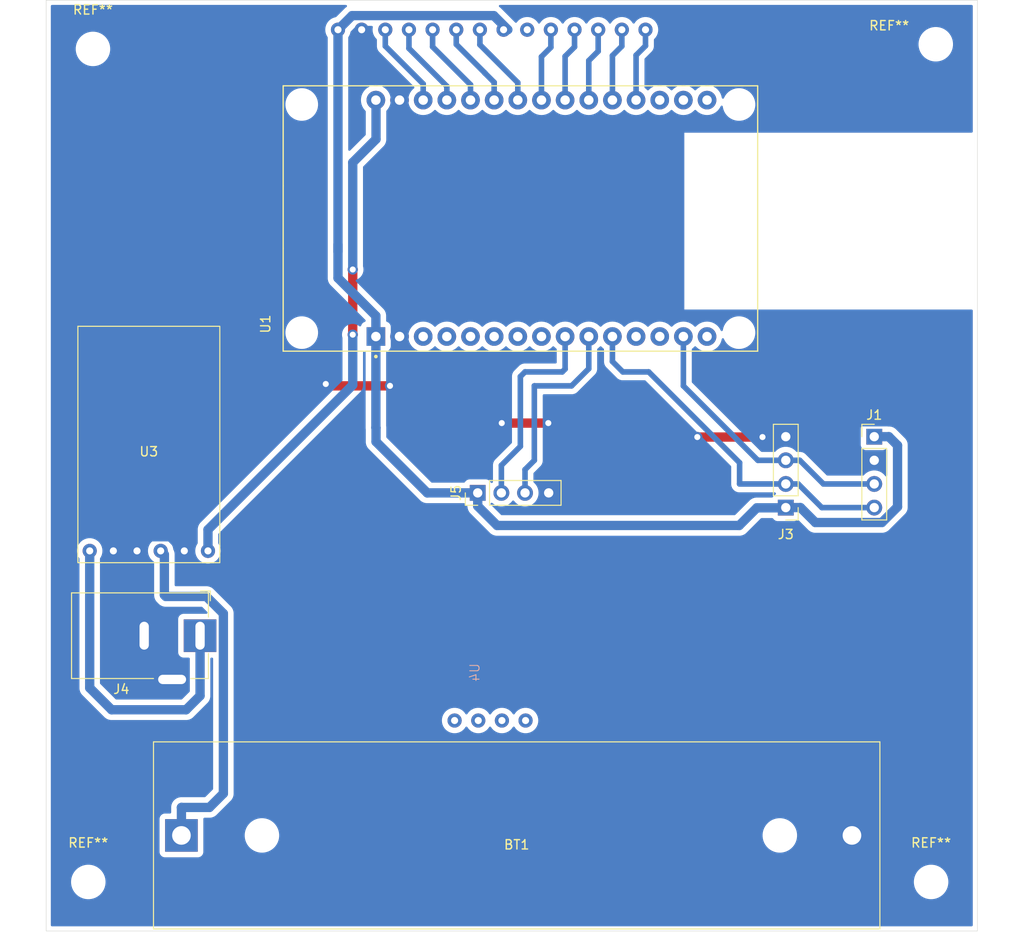
<source format=kicad_pcb>
(kicad_pcb (version 20240108) (generator "pcbnew") (generator_version "8.0")
  (layers (0 "F.Cu" signal) (31 "B.Cu" signal) (34 "B.Paste" user) (35 "F.Paste" user) (36 "B.SilkS" user "B.Silkscreen") (37 "F.SilkS" user "F.Silkscreen") (38 "B.Mask" user) (39 "F.Mask" user) (44 "Edge.Cuts" user))
  (net 0 "")
  (net 1 "+BATT")
  (net 2 "GND")
  (net 3 "/SCL MAX")
  (net 4 "+3V3")
  (net 5 "/SDA MAX")
  (net 6 "VDC")
  (net 7 "/trig")
  (net 8 "/echo")
  (net 10 "/RESET")
  (net 11 "/T_DO")
  (net 12 "/CS")
  (net 13 "/T_CS")
  (net 16 "+5V")
  (net 17 "/T_CLK")
  (net 18 "/SCK")
  (net 19 "/SDI")
  (net 20 "/DC")
  (net 21 "/T_DIN")
  (net 25 "/T_IRQ")
  (footprint "MountingHole:MountingHole_3.2mm_M3" (layer "F.Cu") (at 62.5 51.5)
    (property "Reference" "REF**" (at 0 -4.2 0) (layer "F.SilkS"))
    (property "Value" "MountingHole_3.2mm_M3")
    (pad "" np_thru_hole circle (at 0 0) (size 3.2 3.2) (drill 3.2) (layers "*.Cu" "*.Mask"))
  )
  (footprint "Connector_BarrelJack:BarrelJack_Horizontal" (layer "F.Cu") (at 74 114.5425)
    (property "Reference" "J4" (at -8.45 5.75 0) (layer "F.SilkS"))
    (property "Value" "Barrel_Jack_Switch")
    (fp_line (start -13.8 -4.6) (end 0.9 -4.6) (stroke (width 0.12)) (layer "F.SilkS"))
    (fp_line (start -13.8 4.6) (end -13.8 -4.6) (stroke (width 0.12)) (layer "F.SilkS"))
    (fp_line (start -5 4.6) (end -13.8 4.6) (stroke (width 0.12)) (layer "F.SilkS"))
    (fp_line (start 0.05 -4.8) (end 1.1 -4.8) (stroke (width 0.12)) (layer "F.SilkS"))
    (fp_line (start 0.9 -4.6) (end 0.9 -2) (stroke (width 0.12)) (layer "F.SilkS"))
    (fp_line (start 0.9 1.9) (end 0.9 4.6) (stroke (width 0.12)) (layer "F.SilkS"))
    (fp_line (start 0.9 4.6) (end -1 4.6) (stroke (width 0.12)) (layer "F.SilkS"))
    (fp_line (start 1.1 -3.75) (end 1.1 -4.8) (stroke (width 0.12)) (layer "F.SilkS"))
    (pad "1" thru_hole rect (at 0 0) (size 3.5 3.5) (drill oval 1 3) (layers "*.Cu" "*.Mask") (net 6 "VDC"))
    (pad "2" thru_hole roundrect (at -6 0) (size 3 3.5) (drill oval 1 3) (layers "*.Cu" "*.Mask") (net 2 "GND"))
    (pad "3" thru_hole roundrect (at -3 4.7) (size 3.5 3.5) (drill oval 3 1) (layers "*.Cu" "*.Mask") (net 2 "GND"))
  )
  (footprint "Connector_PinHeader_2.54mm:PinHeader_1x04_P2.54mm_Vertical" (layer "F.Cu") (at 103.815 99.2 90)
    (property "Reference" "J5" (at 0 -2.33 90) (layer "F.SilkS"))
    (property "Value" "HC_SR04")
    (fp_line (start -1.33 -1.33) (end 0 -1.33) (stroke (width 0.12)) (layer "F.SilkS"))
    (fp_line (start -1.33 0) (end -1.33 -1.33) (stroke (width 0.12)) (layer "F.SilkS"))
    (fp_line (start 1.33 1.27) (end 1.33 8.95) (stroke (width 0.12)) (layer "F.SilkS"))
    (fp_line (start -1.33 1.27) (end 1.33 1.27) (stroke (width 0.12)) (layer "F.SilkS"))
    (fp_line (start -1.33 1.27) (end -1.33 8.95) (stroke (width 0.12)) (layer "F.SilkS"))
    (fp_line (start -1.33 8.95) (end 1.33 8.95) (stroke (width 0.12)) (layer "F.SilkS"))
    (pad "1" thru_hole rect (at 0 0 90) (size 1.7 1.7) (drill 1) (layers "*.Cu" "*.Mask") (net 4 "+3V3"))
    (pad "2" thru_hole oval (at 0 2.54 90) (size 1.7 1.7) (drill 1) (layers "*.Cu" "*.Mask") (net 7 "/trig"))
    (pad "3" thru_hole oval (at 0 5.08 90) (size 1.7 1.7) (drill 1) (layers "*.Cu" "*.Mask") (net 8 "/echo"))
    (pad "4" thru_hole oval (at 0 7.62 90) (size 1.7 1.7) (drill 1) (layers "*.Cu" "*.Mask") (net 2 "GND"))
  )
  (footprint "Connector_PinHeader_2.54mm:PinHeader_1x04_P2.54mm_Vertical" (layer "F.Cu") (at 146.395 93.16)
    (property "Reference" "J1" (at 0 -2.33 0) (layer "F.SilkS"))
    (property "Value" "MLX90614")
    (fp_line (start -1.33 -1.33) (end 0 -1.33) (stroke (width 0.12)) (layer "F.SilkS"))
    (fp_line (start -1.33 0) (end -1.33 -1.33) (stroke (width 0.12)) (layer "F.SilkS"))
    (fp_line (start -1.33 1.27) (end -1.33 8.95) (stroke (width 0.12)) (layer "F.SilkS"))
    (fp_line (start -1.33 1.27) (end 1.33 1.27) (stroke (width 0.12)) (layer "F.SilkS"))
    (fp_line (start -1.33 8.95) (end 1.33 8.95) (stroke (width 0.12)) (layer "F.SilkS"))
    (fp_line (start 1.33 1.27) (end 1.33 8.95) (stroke (width 0.12)) (layer "F.SilkS"))
    (pad "1" thru_hole rect (at 0 0) (size 1.7 1.7) (drill 1) (layers "*.Cu" "*.Mask") (net 4 "+3V3"))
    (pad "2" thru_hole oval (at 0 2.54) (size 1.7 1.7) (drill 1) (layers "*.Cu" "*.Mask") (net 2 "GND"))
    (pad "3" thru_hole oval (at 0 5.08) (size 1.7 1.7) (drill 1) (layers "*.Cu" "*.Mask") (net 3 "/SCL MAX"))
    (pad "4" thru_hole oval (at 0 7.62) (size 1.7 1.7) (drill 1) (layers "*.Cu" "*.Mask") (net 5 "/SDA MAX"))
  )
  (footprint "Battery:BatteryHolder_MPD_BH-18650-PC2" (layer "F.Cu") (at 72 136)
    (property "Reference" "BT1" (at 36 1 0) (layer "F.SilkS"))
    (property "Value" "Battery")
    (fp_line (start -3 -10.05) (end 75 -10.05) (stroke (width 0.12)) (layer "F.SilkS"))
    (fp_line (start -3 10.05) (end -3 -10.05) (stroke (width 0.12)) (layer "F.SilkS"))
    (fp_line (start 75 -10.05) (end 75 10.05) (stroke (width 0.12)) (layer "F.SilkS"))
    (fp_line (start 75 10.05) (end -3 10.05) (stroke (width 0.12)) (layer "F.SilkS"))
    (pad "" np_thru_hole circle (at 8.645 0) (size 3.2 3.2) (drill 3.2) (layers "*.Cu" "*.Mask"))
    (pad "" np_thru_hole circle (at 64.255 0) (size 3.2 3.2) (drill 3.2) (layers "*.Cu" "*.Mask"))
    (pad "1" thru_hole rect (at 0 0) (size 3.5 3.5) (drill 2) (layers "*.Cu" "*.Mask") (net 1 "+BATT"))
    (pad "2" thru_hole circle (at 72 0) (size 3.5 3.5) (drill 2) (layers "*.Cu" "*.Mask") (net 2 "GND"))
  )
  (footprint "cd42:mh-cd42" (layer "F.Cu") (at 68.5 94)
    (property "Reference" "U3" (at 0 0.77 0) (layer "F.SilkS"))
    (property "Value" "mh-cd42")
    (fp_rect (start -7.62 -12.7) (end 7.62 12.7) (stroke (width 0.12)) (fill none) (layer "F.SilkS"))
    (pad "1" thru_hole circle (at -6.35 11.43) (size 1.524 1.524) (drill 0.762) (layers "*.Cu" "*.Mask") (net 6 "VDC"))
    (pad "2" thru_hole circle (at -3.81 11.43) (size 1.524 1.524) (drill 0.762) (layers "*.Cu" "*.Mask") (net 2 "GND"))
    (pad "3" thru_hole circle (at -1.27 11.43) (size 1.524 1.524) (drill 0.762) (layers "*.Cu" "*.Mask") (net 2 "GND"))
    (pad "4" thru_hole circle (at 1.27 11.43) (size 1.524 1.524) (drill 0.762) (layers "*.Cu" "*.Mask") (net 1 "+BATT"))
    (pad "5" thru_hole circle (at 3.81 11.43) (size 1.524 1.524) (drill 0.762) (layers "*.Cu" "*.Mask") (net 2 "GND"))
    (pad "6" thru_hole circle (at 6.35 11.43) (size 1.524 1.524) (drill 0.762) (layers "*.Cu" "*.Mask") (net 16 "+5V"))
  )
  (footprint "MountingHole:MountingHole_3.2mm_M3" (layer "F.Cu") (at 62 141)
    (property "Reference" "REF**" (at 0 -4.2 0) (layer "F.SilkS"))
    (property "Value" "MountingHole_3.2mm_M3")
    (pad "" np_thru_hole circle (at 0 0) (size 3.2 3.2) (drill 3.2) (layers "*.Cu" "*.Mask"))
  )
  (footprint "Connector_PinHeader_2.54mm:PinHeader_1x04_P2.54mm_Vertical" (layer "F.Cu") (at 136.895 100.78 180)
    (property "Reference" "J3" (at 0 -2.88 0) (layer "F.SilkS"))
    (property "Value" "MAX30102")
    (fp_line (start 1.33 1.27) (end 1.33 8.95) (stroke (width 0.12)) (layer "F.SilkS"))
    (fp_line (start -1.33 8.95) (end 1.33 8.95) (stroke (width 0.12)) (layer "F.SilkS"))
    (fp_line (start -1.33 1.27) (end 1.33 1.27) (stroke (width 0.12)) (layer "F.SilkS"))
    (fp_line (start -1.33 1.27) (end -1.33 8.95) (stroke (width 0.12)) (layer "F.SilkS"))
    (fp_line (start -1.33 0) (end -1.33 -1.33) (stroke (width 0.12)) (layer "F.SilkS"))
    (fp_line (start -1.33 -1.33) (end 0 -1.33) (stroke (width 0.12)) (layer "F.SilkS"))
    (pad "1" thru_hole rect (at 0 0 180) (size 1.7 1.7) (drill 1) (layers "*.Cu" "*.Mask") (net 4 "+3V3"))
    (pad "2" thru_hole oval (at 0 2.54 180) (size 1.7 1.7) (drill 1) (layers "*.Cu" "*.Mask") (net 5 "/SDA MAX"))
    (pad "3" thru_hole oval (at 0 5.08 180) (size 1.7 1.7) (drill 1) (layers "*.Cu" "*.Mask") (net 3 "/SCL MAX"))
    (pad "4" thru_hole oval (at 0 7.62 180) (size 1.7 1.7) (drill 1) (layers "*.Cu" "*.Mask") (net 2 "GND"))
  )
  (footprint "MountingHole:MountingHole_3.2mm_M3" (layer "F.Cu") (at 153 51)
    (property "Reference" "REF**" (at -5 -2 0) (layer "F.SilkS"))
    (property "Value" "MountingHole_3.2mm_M3")
    (pad "" np_thru_hole circle (at 0 0) (size 3.2 3.2) (drill 3.2) (layers "*.Cu" "*.Mask"))
  )
  (footprint "devkit_esp_32:MODULE_ESP32_DEVKIT_V1" (layer "F.Cu") (at 108.395 69.7 90)
    (property "Reference" "U1" (at -11.355 -27.36 90) (layer "F.SilkS"))
    (property "Value" "ESP32-DEVKIT-V1")
    (fp_line (start 14.23 -25.475) (end 14.23 25.475) (stroke (width 0.127)) (layer "F.SilkS"))
    (fp_line (start 14.23 -25.475) (end 14.23 25.475) (stroke (width 0.127)) (layer "F.SilkS"))
    (fp_line (start 3.5 -25.475) (end 14.23 -25.475) (stroke (width 0.127)) (layer "F.SilkS"))
    (fp_line (start -3.211 -25.475) (end 3.5 -25.475) (stroke (width 0.127)) (layer "F.SilkS"))
    (fp_line (start -14.28 -25.475) (end 14.23 -25.475) (stroke (width 0.127)) (layer "F.SilkS"))
    (fp_line (start -14.28 -25.475) (end -3.211 -25.475) (stroke (width 0.127)) (layer "F.SilkS"))
    (fp_line (start 14.23 25.475) (end -14.28 25.475) (stroke (width 0.127)) (layer "F.SilkS"))
    (fp_line (start 8.78 25.475) (end 14.23 25.475) (stroke (width 0.127)) (layer "F.SilkS"))
    (fp_line (start -8.91 25.475) (end 8.78 25.475) (stroke (width 0.127)) (layer "F.SilkS"))
    (fp_line (start -14.28 25.475) (end -14.28 -25.475) (stroke (width 0.127)) (layer "F.SilkS"))
    (fp_line (start -14.28 25.475) (end -14.28 -25.475) (stroke (width 0.127)) (layer "F.SilkS"))
    (fp_line (start -14.28 25.475) (end -8.91 25.475) (stroke (width 0.127)) (layer "F.SilkS"))
    (fp_circle (center -14.85 -15.515) (end -14.75 -15.515) (stroke (width 0.2)) (fill none) (layer "F.SilkS"))
    (pad "" np_thru_hole circle (at -12.28 -23.475 90) (size 3 3) (drill 3) (layers "*.Cu" "*.Mask"))
    (pad "" np_thru_hole circle (at -12.28 23.475 90) (size 3 3) (drill 3) (layers "*.Cu" "*.Mask"))
    (pad "" np_thru_hole circle (at 12.23 -23.475 90) (size 3 3) (drill 3) (layers "*.Cu" "*.Mask"))
    (pad "" np_thru_hole circle (at 12.23 23.475 90) (size 3 3) (drill 3) (layers "*.Cu" "*.Mask"))
    (pad "1" thru_hole rect (at -12.7 -15.515 90) (size 2 2) (drill 1.02) (layers "*.Cu" "*.Mask") (net 4 "+3V3"))
    (pad "2" thru_hole circle (at -12.7 -12.975 90) (size 2 2) (drill 1.02) (layers "*.Cu" "*.Mask") (net 2 "GND"))
    (pad "3" thru_hole circle (at -12.7 -10.435 90) (size 2 2) (drill 1.02) (layers "*.Cu" "*.Mask"))
    (pad "4" thru_hole circle (at -12.7 -7.895 90) (size 2 2) (drill 1.02) (layers "*.Cu" "*.Mask"))
    (pad "5" thru_hole circle (at -12.7 -5.355 90) (size 2 2) (drill 1.02) (layers "*.Cu" "*.Mask"))
    (pad "6" thru_hole circle (at -12.7 -2.815 90) (size 2 2) (drill 1.02) (layers "*.Cu" "*.Mask"))
    (pad "7" thru_hole circle (at -12.7 -0.275 90) (size 2 2) (drill 1.02) (layers "*.Cu" "*.Mask"))
    (pad "8" thru_hole circle (at -12.7 2.265 90) (size 2 2) (drill 1.02) (layers "*.Cu" "*.Mask"))
    (pad "9" thru_hole circle (at -12.7 4.805 90) (size 2 2) (drill 1.02) (layers "*.Cu" "*.Mask") (net 7 "/trig"))
    (pad "10" thru_hole circle (at -12.7 7.345 90) (size 2 2) (drill 1.02) (layers "*.Cu" "*.Mask") (net 8 "/echo"))
    (pad "11" thru_hole circle (at -12.7 9.885 90) (size 2 2) (drill 1.02) (layers "*.Cu" "*.Mask") (net 5 "/SDA MAX"))
    (pad "12" thru_hole circle (at -12.7 12.425 90) (size 2 2) (drill 1.02) (layers "*.Cu" "*.Mask"))
    (pad "13" thru_hole circle (at -12.7 14.965 90) (size 2 2) (drill 1.02) (layers "*.Cu" "*.Mask"))
    (pad "14" thru_hole circle (at -12.7 17.505 90) (size 2 2) (drill 1.02) (layers "*.Cu" "*.Mask") (net 3 "/SCL MAX"))
    (pad "15" thru_hole circle (at -12.7 20.045 90) (size 2 2) (drill 1.02) (layers "*.Cu" "*.Mask"))
    (pad "16" thru_hole circle (at 12.7 20.045 90) (size 2 2) (drill 1.02) (layers "*.Cu" "*.Mask"))
    (pad "17" thru_hole circle (at 12.7 17.505 90) (size 2 2) (drill 1.02) (layers "*.Cu" "*.Mask"))
    (pad "18" thru_hole circle (at 12.7 14.965 90) (size 2 2) (drill 1.02) (layers "*.Cu" "*.Mask"))
    (pad "19" thru_hole circle (at 12.7 12.425 90) (size 2 2) (drill 1.02) (layers "*.Cu" "*.Mask") (net 25 "/T_IRQ"))
    (pad "20" thru_hole circle (at 12.7 9.885 90) (size 2 2) (drill 1.02) (layers "*.Cu" "*.Mask") (net 11 "/T_DO"))
    (pad "21" thru_hole circle (at 12.7 7.345 90) (size 2 2) (drill 1.02) (layers "*.Cu" "*.Mask") (net 21 "/T_DIN"))
    (pad "22" thru_hole circle (at 12.7 4.805 90) (size 2 2) (drill 1.02) (layers "*.Cu" "*.Mask") (net 13 "/T_CS"))
    (pad "23" thru_hole circle (at 12.7 2.265 90) (size 2 2) (drill 1.02) (layers "*.Cu" "*.Mask") (net 17 "/T_CLK"))
    (pad "24" thru_hole circle (at 12.7 -0.275 90) (size 2 2) (drill 1.02) (layers "*.Cu" "*.Mask") (net 18 "/SCK"))
    (pad "25" thru_hole circle (at 12.7 -2.815 90) (size 2 2) (drill 1.02) (layers "*.Cu" "*.Mask") (net 19 "/SDI"))
    (pad "26" thru_hole circle (at 12.7 -5.355 90) (size 2 2) (drill 1.02) (layers "*.Cu" "*.Mask") (net 20 "/DC"))
    (pad "27" thru_hole circle (at 12.7 -7.895 90) (size 2 2) (drill 1.02) (layers "*.Cu" "*.Mask") (net 10 "/RESET"))
    (pad "28" thru_hole circle (at 12.7 -10.435 90) (size 2 2) (drill 1.02) (layers "*.Cu" "*.Mask") (net 12 "/CS"))
    (pad "29" thru_hole circle (at 12.7 -12.975 90) (size 2 2) (drill 1.02) (layers "*.Cu" "*.Mask") (net 2 "GND"))
    (pad "30" thru_hole circle (at 12.7 -15.515 90) (size 2 2) (drill 1.02) (layers "*.Cu" "*.Mask") (net 16 "+5V"))
    (zone (net 0) (net_name "") (layer "B.Cu") (connect_pads (clearance 0)) (min_thickness 0.01)
      (keepout (tracks not_allowed) (vias not_allowed) (pads not_allowed) (copperpour not_allowed) (footprints allowed))
      (fill (thermal_gap 0.508) (thermal_bridge_width 0.508))
      (polygon (pts (xy 127.38 78.61) (xy 127.38 60.92) (xy 133.87 60.92) (xy 133.87 78.61)))
    )
  )
  (footprint "MountingHole:MountingHole_3.2mm_M3" (layer "F.Cu") (at 152.5 141)
    (property "Reference" "REF**" (at 0 -4.2 0) (layer "F.SilkS"))
    (property "Value" "MountingHole_3.2mm_M3")
    (pad "" np_thru_hole circle (at 0 0) (size 3.2 3.2) (drill 3.2) (layers "*.Cu" "*.Mask"))
  )
  (footprint "tftspi:tftspi" (layer "B.Cu") (at 104 118.5 -90)
    (property "Reference" "U4" (at 0 0.5 90) (layer "B.SilkS") (effects (font (thickness 0.1)) (justify mirror)))
    (property "Value" "tftspi")
    (pad "1" thru_hole circle (at -69.0626 -17.8308 270) (size 1.524 1.524) (drill 0.762) (layers "*.Cu" "*.Mask") (net 25 "/T_IRQ"))
    (pad "2" thru_hole circle (at -69.0626 -15.2908 270) (size 1.524 1.524) (drill 0.762) (layers "*.Cu" "*.Mask") (net 11 "/T_DO"))
    (pad "3" thru_hole circle (at -69.0626 -12.7508 270) (size 1.524 1.524) (drill 0.762) (layers "*.Cu" "*.Mask") (net 21 "/T_DIN"))
    (pad "4" thru_hole circle (at -69.0626 -10.2108 270) (size 1.524 1.524) (drill 0.762) (layers "*.Cu" "*.Mask") (net 13 "/T_CS"))
    (pad "5" thru_hole circle (at -69.0626 -7.6708 270) (size 1.524 1.524) (drill 0.762) (layers "*.Cu" "*.Mask") (net 17 "/T_CLK"))
    (pad "6" thru_hole circle (at -69.0626 -5.1308 270) (size 1.524 1.524) (drill 0.762) (layers "*.Cu" "*.Mask"))
    (pad "7" thru_hole circle (at -69.0626 -2.5908 270) (size 1.524 1.524) (drill 0.762) (layers "*.Cu" "*.Mask") (net 4 "+3V3"))
    (pad "8" thru_hole circle (at -69.0626 -0.0508 270) (size 1.524 1.524) (drill 0.762) (layers "*.Cu" "*.Mask") (net 18 "/SCK"))
    (pad "9" thru_hole circle (at -69.0626 2.4892 270) (size 1.524 1.524) (drill 0.762) (layers "*.Cu" "*.Mask") (net 19 "/SDI"))
    (pad "10" thru_hole circle (at -69.0626 5.0292 270) (size 1.524 1.524) (drill 0.762) (layers "*.Cu" "*.Mask") (net 20 "/DC"))
    (pad "11" thru_hole circle (at -69.0626 7.5692 270) (size 1.524 1.524) (drill 0.762) (layers "*.Cu" "*.Mask") (net 10 "/RESET"))
    (pad "12" thru_hole circle (at -69.0626 10.1092 270) (size 1.524 1.524) (drill 0.762) (layers "*.Cu" "*.Mask") (net 12 "/CS"))
    (pad "13" thru_hole circle (at -69.0626 12.6492 270) (size 1.524 1.524) (drill 0.762) (layers "*.Cu" "*.Mask") (net 2 "GND"))
    (pad "14" thru_hole circle (at -69.0626 15.1892 270) (size 1.524 1.524) (drill 0.762) (layers "*.Cu" "*.Mask") (net 4 "+3V3"))
    (pad "15" thru_hole circle (at 5.1562 2.667 270) (size 1.524 1.524) (drill 0.762) (layers "*.Cu" "*.Mask"))
    (pad "16" thru_hole circle (at 5.1562 0.127 270) (size 1.524 1.524) (drill 0.762) (layers "*.Cu" "*.Mask"))
    (pad "17" thru_hole circle (at 5.1562 -2.413 270) (size 1.524 1.524) (drill 0.762) (layers "*.Cu" "*.Mask"))
    (pad "18" thru_hole circle (at 5.1562 -4.953 270) (size 1.524 1.524) (drill 0.762) (layers "*.Cu" "*.Mask"))
  )
  (gr_rect (start 57.475 46.27) (end 157.475 146.27) (stroke (width 0.05)) (fill none) (layer "Edge.Cuts"))
  (segment (start 72.004 132.996) (end 75.004 132.996) (width 1) (layer "B.Cu") (net 1))
  (segment (start 75.004 132.996) (end 76.504 131.496) (width 1) (layer "B.Cu") (net 1))
  (segment (start 76.504 131.496) (end 76.504 112.164) (width 1) (layer "B.Cu") (net 1))
  (segment (start 72 133) (end 72.004 132.996) (width 1) (layer "B.Cu") (net 1))
  (segment (start 72 136) (end 72 133) (width 1) (layer "B.Cu") (net 1))
  (segment (start 70.17 105.83) (end 69.77 105.43) (width 1) (layer "B.Cu") (net 1))
  (segment (start 70.17 110.17) (end 70.17 105.83) (width 1) (layer "B.Cu") (net 1))
  (segment (start 76.504 112.164) (end 74.67 110.33) (width 1) (layer "B.Cu") (net 1))
  (segment (start 70.33 110.33) (end 70.17 110.17) (width 1) (layer "B.Cu") (net 1))
  (segment (start 74.67 110.33) (end 70.33 110.33) (width 1) (layer "B.Cu") (net 1))
  (segment (start 87.7 87.7) (end 94.395 87.7) (width 1) (layer "F.Cu") (net 2))
  (segment (start 87.5 87.5) (end 87.7 87.7) (width 1) (layer "F.Cu") (net 2))
  (segment (start 127.395 93.2) (end 134.395 93.2) (width 1) (layer "F.Cu") (net 2))
  (segment (start 106.395 91.7) (end 111.395 91.7) (width 1) (layer "F.Cu") (net 2))
  (via (at 134.395 93.2) (size 1.1) (drill 0.65) (layers "F.Cu" "B.Cu") (net 2))
  (via (at 127.395 93.2) (size 1.1) (drill 0.65) (layers "F.Cu" "B.Cu") (net 2))
  (via (at 87.5 87.5) (size 1.1) (drill 0.65) (layers "F.Cu" "B.Cu") (net 2))
  (via (at 106.395 91.7) (size 1.1) (drill 0.65) (layers "F.Cu" "B.Cu") (net 2))
  (via (at 94.395 87.7) (size 1.1) (drill 0.65) (layers "F.Cu" "B.Cu") (net 2))
  (via (at 111.395 91.7) (size 1.1) (drill 0.65) (layers "F.Cu" "B.Cu") (net 2))
  (segment (start 150.5 93.305) (end 150.5 127) (width 1) (layer "B.Cu") (net 2))
  (segment (start 136.895 93.16) (end 134.435 93.16) (width 1) (layer "B.Cu") (net 2))
  (segment (start 64.69 105.43) (end 66.206 103.914) (width 1) (layer "B.Cu") (net 2))
  (segment (start 143.895 95.7) (end 143.895 92.452) (width 1) (layer "B.Cu") (net 2))
  (segment (start 144 133.5) (end 144 136) (width 1) (layer "B.Cu") (net 2))
  (segment (start 113.895 99.2) (end 119.895 93.2) (width 1) (layer "B.Cu") (net 2))
  (segment (start 70.794 103.914) (end 72.31 105.43) (width 1) (layer "B.Cu") (net 2))
  (segment (start 150.395 93.2) (end 150.5 93.305) (width 1) (layer "B.Cu") (net 2))
  (segment (start 119.895 93.2) (end 127.395 93.2) (width 1) (layer "B.Cu") (net 2))
  (segment (start 72.31 102.69) (end 87.5 87.5) (width 1) (layer "B.Cu") (net 2))
  (segment (start 71 115.5) (end 70.0425 114.5425) (width 1) (layer "B.Cu") (net 2))
  (segment (start 95.42 57) (end 95.42 82.4) (width 1) (layer "B.Cu") (net 2))
  (segment (start 134.435 93.16) (end 134.395 93.2) (width 1) (layer "B.Cu") (net 2))
  (segment (start 140.895 95.7) (end 138.355 93.16) (width 1) (layer "B.Cu") (net 2))
  (segment (start 95.42 86.675) (end 94.395 87.7) (width 1) (layer "B.Cu") (net 2))
  (segment (start 95.42 85.7) (end 95.42 86.675) (width 1) (layer "B.Cu") (net 2))
  (segment (start 94.395 87.7) (end 94.645 87.45) (width 1) (layer "B.Cu") (net 2))
  (segment (start 91.3508 50.8508) (end 95.42 54.92) (width 1) (layer "B.Cu") (net 2))
  (segment (start 148.751 91.556) (end 150.395 93.2) (width 1) (layer "B.Cu") (net 2))
  (segment (start 146.395 95.7) (end 143.895 95.7) (width 1) (layer "B.Cu") (net 2))
  (segment (start 95.42 85.7) (end 101.42 91.7) (width 1) (layer "B.Cu") (net 2))
  (segment (start 66.206 103.914) (end 70.794 103.914) (width 1) (layer "B.Cu") (net 2))
  (segment (start 143.895 92.452) (end 144.791 91.556) (width 1) (layer "B.Cu") (net 2))
  (segment (start 68 114.5425) (end 68 109) (width 1) (layer "B.Cu") (net 2))
  (segment (start 101.42 91.7) (end 106.395 91.7) (width 1) (layer "B.Cu") (net 2))
  (segment (start 68 109) (end 67.23 108.23) (width 1) (layer "B.Cu") (net 2))
  (segment (start 150.5 127) (end 144 133.5) (width 1) (layer "B.Cu") (net 2))
  (segment (start 144.791 91.556) (end 148.751 91.556) (width 1) (layer "B.Cu") (net 2))
  (segment (start 70.0425 114.5425) (end 68 114.5425) (width 1) (layer "B.Cu") (net 2))
  (segment (start 111.435 99.2) (end 113.895 99.2) (width 1) (layer "B.Cu") (net 2))
  (segment (start 111.435 91.74) (end 111.395 91.7) (width 1) (layer "B.Cu") (net 2))
  (segment (start 67.23 108.23) (end 67.23 105.43) (width 1) (layer "B.Cu") (net 2))
  (segment (start 143.895 95.7) (end 140.895 95.7) (width 1) (layer "B.Cu") (net 2))
  (segment (start 72.31 105.43) (end 72.31 102.69) (width 1) (layer "B.Cu") (net 2))
  (segment (start 95.42 82.4) (end 95.42 85.7) (width 1) (layer "B.Cu") (net 2))
  (segment (start 138.355 93.16) (end 136.895 93.16) (width 1) (layer "B.Cu") (net 2))
  (segment (start 111.435 99.2) (end 111.435 91.74) (width 1) (layer "B.Cu") (net 2))
  (segment (start 95.42 54.92) (end 95.42 57) (width 1) (layer "B.Cu") (net 2))
  (segment (start 71 119.2425) (end 71 115.5) (width 1) (layer "B.Cu") (net 2))
  (segment (start 91.3508 49.4374) (end 91.3508 50.8508) (width 1) (layer "B.Cu") (net 2))
  (segment (start 133.895 95.7) (end 125.9 87.705) (width 0.6) (layer "B.Cu") (net 3))
  (segment (start 138.395 95.7) (end 140.935 98.24) (width 0.6) (layer "B.Cu") (net 3))
  (segment (start 125.9 87.705) (end 125.9 82.4) (width 0.6) (layer "B.Cu") (net 3))
  (segment (start 136.895 95.7) (end 138.395 95.7) (width 0.6) (layer "B.Cu") (net 3))
  (segment (start 140.935 98.24) (end 146.395 98.24) (width 0.6) (layer "B.Cu") (net 3))
  (segment (start 136.895 95.7) (end 133.895 95.7) (width 0.6) (layer "B.Cu") (net 3))
  (segment (start 136.871 100.804) (end 136.895 100.78) (width 1) (layer "B.Cu") (net 4))
  (segment (start 105.5362 47.9214) (end 107.0522 49.4374) (width 1) (layer "B.Cu") (net 4))
  (segment (start 140.079 102.384) (end 147.211 102.384) (width 1) (layer "B.Cu") (net 4))
  (segment (start 88.8108 72.5) (end 88.8108 76.1158) (width 1) (layer "B.Cu") (net 4))
  (segment (start 148.895 94.096) (end 147.959 93.16) (width 1) (layer "B.Cu") (net 4))
  (segment (start 147.959 93.16) (end 146.395 93.16) (width 1) (layer "B.Cu") (net 4))
  (segment (start 147.211 102.384) (end 148.895 100.7) (width 1) (layer "B.Cu") (net 4))
  (segment (start 88.8108 49.4374) (end 90.3268 47.9214) (width 1) (layer "B.Cu") (net 4))
  (segment (start 90.3268 47.9214) (end 105.5362 47.9214) (width 1) (layer "B.Cu") (net 4))
  (segment (start 92.895 92.2) (end 92.88 92.185) (width 1) (layer "B.Cu") (net 4))
  (segment (start 103.815 99.2) (end 98.395 99.2) (width 1) (layer "B.Cu") (net 4))
  (segment (start 103.815 99.2) (end 103.815 100.62) (width 1) (layer "B.Cu") (net 4))
  (segment (start 136.895 100.78) (end 138.475 100.78) (width 1) (layer "B.Cu") (net 4))
  (segment (start 148.895 100.7) (end 148.895 94.096) (width 1) (layer "B.Cu") (net 4))
  (segment (start 105.895 102.7) (end 131.895 102.7) (width 1) (layer "B.Cu") (net 4))
  (segment (start 131.895 102.7) (end 133.791 100.804) (width 1) (layer "B.Cu") (net 4))
  (segment (start 92.895 93.7) (end 92.895 92.2) (width 1) (layer "B.Cu") (net 4))
  (segment (start 98.395 99.2) (end 92.895 93.7) (width 1) (layer "B.Cu") (net 4))
  (segment (start 92.88 80.185) (end 92.88 82.4) (width 1) (layer "B.Cu") (net 4))
  (segment (start 103.815 100.62) (end 105.895 102.7) (width 1) (layer "B.Cu") (net 4))
  (segment (start 138.475 100.78) (end 140.079 102.384) (width 1) (layer "B.Cu") (net 4))
  (segment (start 133.791 100.804) (end 136.871 100.804) (width 1) (layer "B.Cu") (net 4))
  (segment (start 88.8108 76.1158) (end 92.88 80.185) (width 1) (layer "B.Cu") (net 4))
  (segment (start 92.88 92.185) (end 92.88 82.4) (width 1) (layer "B.Cu") (net 4))
  (segment (start 88.8108 49.4374) (end 88.8108 73.3108) (width 1) (layer "B.Cu") (net 4))
  (segment (start 119.395 86.2) (end 122.175646 86.2) (width 0.6) (layer "B.Cu") (net 5))
  (segment (start 118.28 85.085) (end 119.395 86.2) (width 0.6) (layer "B.Cu") (net 5))
  (segment (start 136.895 98.24) (end 138.227262 98.24) (width 0.6) (layer "B.Cu") (net 5))
  (segment (start 122.175646 86.2) (end 131.935 95.959354) (width 0.6) (layer "B.Cu") (net 5))
  (segment (start 138.227262 98.24) (end 140.767262 100.78) (width 0.6) (layer "B.Cu") (net 5))
  (segment (start 131.935 98.24) (end 136.895 98.24) (width 0.6) (layer "B.Cu") (net 5))
  (segment (start 118.28 82.4) (end 118.28 85.085) (width 0.6) (layer "B.Cu") (net 5))
  (segment (start 140.767262 100.78) (end 146.395 100.78) (width 0.6) (layer "B.Cu") (net 5))
  (segment (start 131.935 95.959354) (end 131.935 98.24) (width 0.6) (layer "B.Cu") (net 5))
  (segment (start 64.5 122.5) (end 72.5 122.5) (width 1) (layer "B.Cu") (net 6))
  (segment (start 72.5 122.5) (end 74 121) (width 1) (layer "B.Cu") (net 6))
  (segment (start 62.15 105.43) (end 62.15 120.15) (width 1) (layer "B.Cu") (net 6))
  (segment (start 62.15 120.15) (end 64.5 122.5) (width 1) (layer "B.Cu") (net 6))
  (segment (start 74 121) (end 74 114.5425) (width 1) (layer "B.Cu") (net 6))
  (segment (start 108.395 86.7) (end 108.895 86.2) (width 0.6) (layer "B.Cu") (net 7))
  (segment (start 106.355 99.2) (end 106.355 96.24) (width 0.6) (layer "B.Cu") (net 7))
  (segment (start 113.2 85.895) (end 113.2 82.4) (width 0.6) (layer "B.Cu") (net 7))
  (segment (start 106.355 96.24) (end 108.395 94.2) (width 0.6) (layer "B.Cu") (net 7))
  (segment (start 112.895 86.2) (end 113.2 85.895) (width 0.6) (layer "B.Cu") (net 7))
  (segment (start 108.395 94.2) (end 108.395 86.7) (width 0.6) (layer "B.Cu") (net 7))
  (segment (start 108.895 86.2) (end 112.895 86.2) (width 0.6) (layer "B.Cu") (net 7))
  (segment (start 108.895 99.2) (end 108.895 96.7) (width 0.6) (layer "B.Cu") (net 8))
  (segment (start 115.74 85.855) (end 115.74 82.4) (width 0.6) (layer "B.Cu") (net 8))
  (segment (start 109.895 95.7) (end 109.895 87.7) (width 0.6) (layer "B.Cu") (net 8))
  (segment (start 109.895 87.7) (end 113.895 87.7) (width 0.6) (layer "B.Cu") (net 8))
  (segment (start 108.895 96.7) (end 109.895 95.7) (width 0.6) (layer "B.Cu") (net 8))
  (segment (start 113.895 87.7) (end 115.74 85.855) (width 0.6) (layer "B.Cu") (net 8))
  (segment (start 96.4308 49.4374) (end 96.4374 49.4374) (width 0.6) (layer "B.Cu") (net 10))
  (segment (start 96.4308 49.4374) (end 96.4308 51.443538) (width 0.6) (layer "B.Cu") (net 10))
  (segment (start 100.5 55.512738) (end 100.5 57) (width 0.6) (layer "B.Cu") (net 10))
  (segment (start 96.4308 51.443538) (end 100.5 55.512738) (width 0.6) (layer "B.Cu") (net 10))
  (segment (start 119.2908 51.2092) (end 118.28 52.22) (width 0.6) (layer "B.Cu") (net 11))
  (segment (start 119.2908 49.4374) (end 119.2908 51.2092) (width 0.6) (layer "B.Cu") (net 11))
  (segment (start 118.28 52.22) (end 118.28 57) (width 0.6) (layer "B.Cu") (net 11))
  (segment (start 93.8908 49.4374) (end 93.8908 51.1958) (width 0.6) (layer "B.Cu") (net 12))
  (segment (start 97.96 55.265) (end 97.96 57) (width 0.6) (layer "B.Cu") (net 12))
  (segment (start 93.8908 51.1958) (end 97.96 55.265) (width 0.6) (layer "B.Cu") (net 12))
  (segment (start 114.2108 49.4374) (end 114.2108 51.2892) (width 0.6) (layer "B.Cu") (net 13))
  (segment (start 114.2108 51.2892) (end 113.2 52.3) (width 0.6) (layer "B.Cu") (net 13))
  (segment (start 112.895 56.695) (end 113.2 57) (width 0.6) (layer "B.Cu") (net 13))
  (segment (start 113.2 52.3) (end 113.2 57) (width 0.6) (layer "B.Cu") (net 13))
  (segment (start 90.395 75.2) (end 90.395 82.2) (width 1) (layer "F.Cu") (net 16))
  (via (at 90.395 75.2) (size 1.1) (drill 0.65) (layers "F.Cu" "B.Cu") (net 16))
  (via (at 90.395 82.2) (size 1.1) (drill 0.65) (layers "F.Cu" "B.Cu") (net 16))
  (segment (start 74.85 103.15) (end 90.395 87.605) (width 1) (layer "B.Cu") (net 16))
  (segment (start 90.395 63.7) (end 90.395 75.2) (width 1) (layer "B.Cu") (net 16))
  (segment (start 90.395 87.605) (end 90.395 82.2) (width 1) (layer "B.Cu") (net 16))
  (segment (start 92.895 61.2) (end 90.395 63.7) (width 1) (layer "B.Cu") (net 16))
  (segment (start 74.85 105.43) (end 74.85 103.15) (width 1) (layer "B.Cu") (net 16))
  (segment (start 92.88 57) (end 92.895 57.015) (width 1) (layer "B.Cu") (net 16))
  (segment (start 92.895 57.015) (end 92.895 61.2) (width 1) (layer "B.Cu") (net 16))
  (segment (start 110.66 52.34) (end 110.66 57) (width 0.6) (layer "B.Cu") (net 17))
  (segment (start 111.6708 49.4374) (end 111.6708 51.3292) (width 0.6) (layer "B.Cu") (net 17))
  (segment (start 111.6708 51.3292) (end 110.66 52.34) (width 0.6) (layer "B.Cu") (net 17))
  (segment (start 104.0508 49.4374) (end 104.2441 49.4374) (width 0.6) (layer "B.Cu") (net 18))
  (segment (start 108.12 57) (end 108.12 55.12) (width 0.6) (layer "B.Cu") (net 18))
  (segment (start 104.0508 51.0508) (end 104.0508 49.4374) (width 0.6) (layer "B.Cu") (net 18))
  (segment (start 108.12 55.12) (end 104.0508 51.0508) (width 0.6) (layer "B.Cu") (net 18))
  (segment (start 104.592062 54.1048) (end 105.58 55.092738) (width 0.6) (layer "B.Cu") (net 19))
  (segment (start 101.5108 49.4374) (end 101.5108 51.0108) (width 0.6) (layer "B.Cu") (net 19))
  (segment (start 105.58 55.092738) (end 105.58 57) (width 0.6) (layer "B.Cu") (net 19))
  (segment (start 101.5108 51.0108) (end 104.592062 54.092062) (width 0.6) (layer "B.Cu") (net 19))
  (segment (start 104.592062 54.092062) (end 104.592062 54.1048) (width 0.6) (layer "B.Cu") (net 19))
  (segment (start 98.9708 49.4374) (end 98.9708 49.4708) (width 0.6) (layer "B.Cu") (net 20))
  (segment (start 103.04 57) (end 103.04 55.345) (width 0.6) (layer "B.Cu") (net 20))
  (segment (start 98.9708 51.2758) (end 98.9708 49.4374) (width 0.6) (layer "B.Cu") (net 20))
  (segment (start 103.04 55.345) (end 98.9708 51.2758) (width 0.6) (layer "B.Cu") (net 20))
  (segment (start 115.74 52.76) (end 115.74 57) (width 0.6) (layer "B.Cu") (net 21))
  (segment (start 116.7508 51.7492) (end 115.74 52.76) (width 0.6) (layer "B.Cu") (net 21))
  (segment (start 116.7508 49.4374) (end 116.7508 51.7492) (width 0.6) (layer "B.Cu") (net 21))
  (segment (start 121.8308 49.4374) (end 121.8308 51.1692) (width 0.6) (layer "B.Cu") (net 25))
  (segment (start 121.8308 51.1692) (end 120.82 52.18) (width 0.6) (layer "B.Cu") (net 25))
  (segment (start 120.82 52.18) (end 120.82 57) (width 0.6) (layer "B.Cu") (net 25))
  (zone (net 2) (net_name "GND") (layer "B.Cu") (connect_pads yes (clearance 0.6)) (min_thickness 0.25) (fill yes (thermal_gap 0.5) (thermal_bridge_width 0.5))
    (polygon (pts (xy 57.5 46.5) (xy 57.5 146.5) (xy 157.5 146.5) (xy 157.5 79.5) (xy 126 79.5) (xy 126 60.5) (xy 157.5 60.5) (xy 157.5 46.5)))
  )
)
</source>
